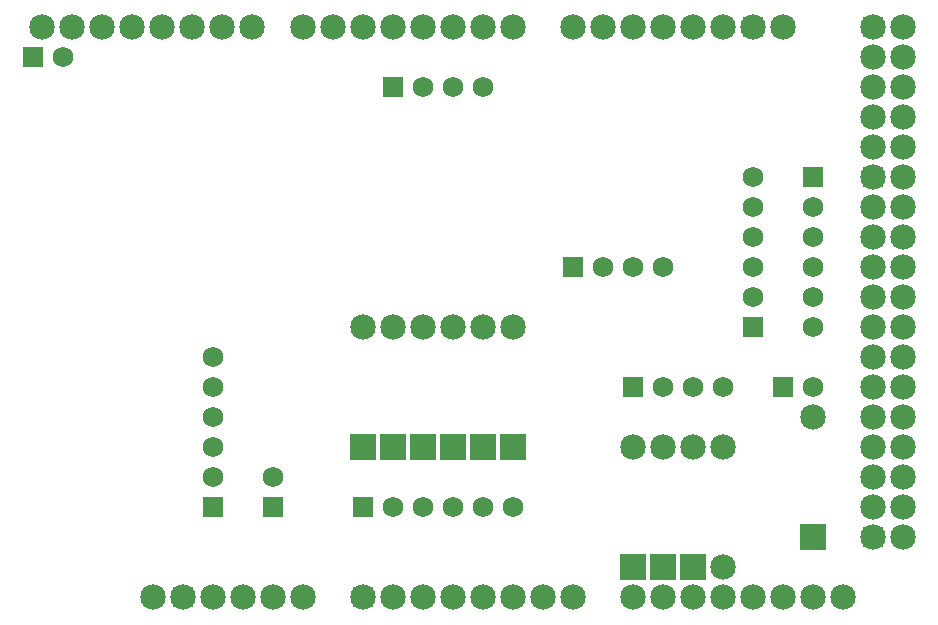
<source format=gts>
G04 MADE WITH FRITZING*
G04 WWW.FRITZING.ORG*
G04 DOUBLE SIDED*
G04 HOLES PLATED*
G04 CONTOUR ON CENTER OF CONTOUR VECTOR*
%ASAXBY*%
%FSLAX23Y23*%
%MOIN*%
%OFA0B0*%
%SFA1.0B1.0*%
%ADD10C,0.085000*%
%ADD11C,0.069000*%
%ADD12R,0.069000X0.069000*%
%ADD13R,0.085000X0.085000*%
%ADD14C,0.030000*%
%LNMASK1*%
G90*
G70*
G54D10*
X108Y2022D03*
X208Y2022D03*
X308Y2022D03*
X408Y2022D03*
X508Y2022D03*
X608Y2022D03*
X708Y2022D03*
X808Y2022D03*
X978Y2022D03*
X1078Y2022D03*
X1178Y2022D03*
X1278Y2022D03*
X1378Y2022D03*
X1478Y2022D03*
X1578Y2022D03*
X1678Y2022D03*
X478Y122D03*
X578Y122D03*
X678Y122D03*
X778Y122D03*
X878Y122D03*
X978Y122D03*
X1178Y122D03*
X1278Y122D03*
X1378Y122D03*
X1478Y122D03*
X1578Y122D03*
X1678Y122D03*
X1878Y2022D03*
X1978Y2022D03*
X2078Y2022D03*
X2178Y2022D03*
X2278Y2022D03*
X2378Y2022D03*
X2478Y2022D03*
X2578Y2022D03*
X1778Y122D03*
X1878Y122D03*
X2078Y122D03*
X2178Y122D03*
X2278Y122D03*
X2378Y122D03*
X2478Y122D03*
X2578Y122D03*
X2678Y122D03*
X2778Y122D03*
X2878Y2022D03*
X2978Y2022D03*
X2878Y1922D03*
X2978Y1922D03*
X2878Y1822D03*
X2978Y1822D03*
X2878Y1722D03*
X2978Y1722D03*
X2878Y1622D03*
X2978Y1622D03*
X2878Y1522D03*
X2978Y1522D03*
X2878Y1422D03*
X2978Y1422D03*
X2878Y1322D03*
X2978Y1322D03*
X2878Y1222D03*
X2978Y1222D03*
X2878Y1122D03*
X2978Y1122D03*
X2878Y1022D03*
X2978Y1022D03*
X2878Y922D03*
X2978Y922D03*
X2878Y822D03*
X2978Y822D03*
X2878Y722D03*
X2978Y722D03*
X2878Y622D03*
X2978Y622D03*
X2878Y522D03*
X2978Y522D03*
X2878Y422D03*
X2978Y422D03*
X2878Y322D03*
X2978Y322D03*
G54D11*
X78Y1922D03*
X178Y1922D03*
X2878Y322D03*
X2978Y322D03*
X2578Y822D03*
X2678Y822D03*
X2878Y2022D03*
X2978Y2022D03*
X1178Y122D03*
X1278Y122D03*
X1378Y122D03*
X1478Y122D03*
X1578Y122D03*
X1678Y122D03*
X2878Y1522D03*
X2878Y1422D03*
X2878Y1322D03*
X2878Y1222D03*
X2878Y1122D03*
X2878Y1022D03*
X2478Y2022D03*
X2578Y2022D03*
X578Y122D03*
X678Y122D03*
X778Y122D03*
X878Y122D03*
X2478Y1022D03*
X2478Y1122D03*
X2478Y1222D03*
X2478Y1322D03*
X2478Y1422D03*
X2478Y1522D03*
X878Y422D03*
X878Y522D03*
X1878Y1222D03*
X1978Y1222D03*
X2078Y1222D03*
X2178Y1222D03*
X2078Y822D03*
X2178Y822D03*
X2278Y822D03*
X2378Y822D03*
X1278Y1822D03*
X1378Y1822D03*
X1478Y1822D03*
X1578Y1822D03*
X678Y422D03*
X678Y522D03*
X678Y622D03*
X678Y722D03*
X678Y822D03*
X678Y922D03*
X2678Y1522D03*
X2678Y1422D03*
X2678Y1322D03*
X2678Y1222D03*
X2678Y1122D03*
X2678Y1022D03*
X1178Y422D03*
X1278Y422D03*
X1378Y422D03*
X1478Y422D03*
X1578Y422D03*
X1678Y422D03*
G54D10*
X1578Y622D03*
X1578Y1022D03*
X1678Y622D03*
X1678Y1022D03*
X1478Y622D03*
X1478Y1022D03*
X1378Y622D03*
X1378Y1022D03*
X1278Y622D03*
X1278Y1022D03*
X1178Y622D03*
X1178Y1022D03*
X2378Y222D03*
X2378Y622D03*
X2278Y222D03*
X2278Y622D03*
X2178Y222D03*
X2178Y622D03*
X2078Y222D03*
X2078Y622D03*
X2678Y322D03*
X2678Y722D03*
G54D12*
X78Y1922D03*
X2878Y322D03*
X2578Y822D03*
X2878Y2022D03*
X1178Y122D03*
X2878Y1522D03*
X2478Y2022D03*
X578Y122D03*
X2478Y1022D03*
X878Y422D03*
X1878Y1222D03*
X2078Y822D03*
X1278Y1822D03*
X678Y422D03*
X2678Y1522D03*
X1178Y422D03*
G54D13*
X1578Y622D03*
X1678Y622D03*
X1478Y622D03*
X1378Y622D03*
X1278Y622D03*
X1178Y622D03*
X2278Y222D03*
X2178Y222D03*
X2078Y222D03*
X2678Y322D03*
G54D14*
G36*
X2350Y250D02*
X2405Y250D01*
X2405Y195D01*
X2350Y195D01*
X2350Y250D01*
G37*
D02*
G04 End of Mask1*
M02*
</source>
